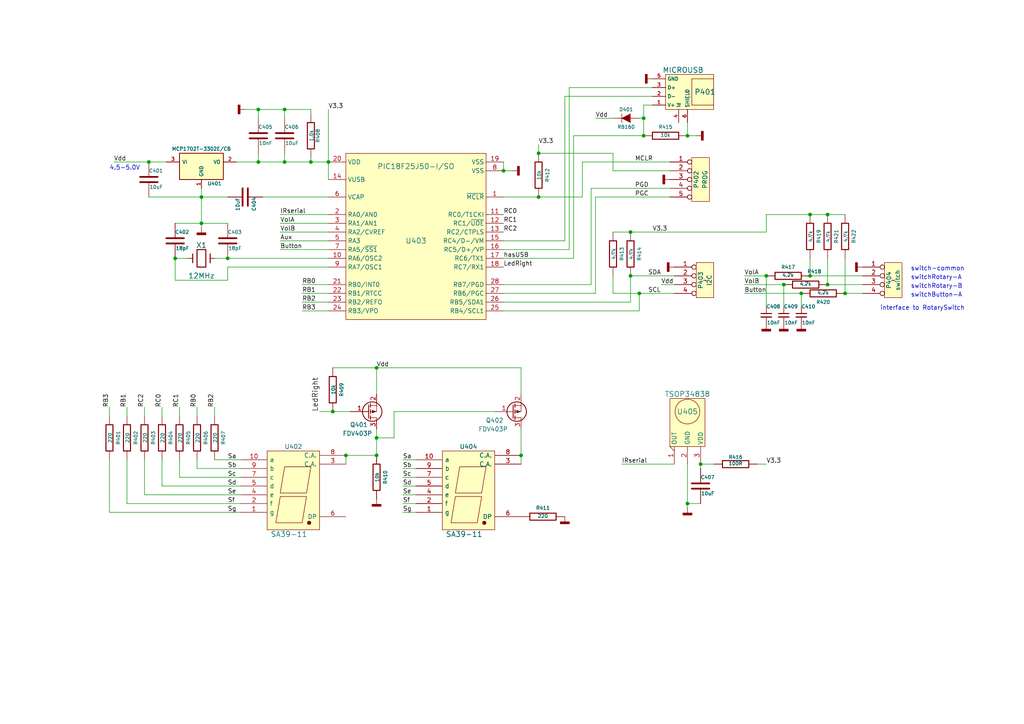
<source format=kicad_sch>
(kicad_sch (version 20231120) (generator "eeschema") (generator_version "8.0")
  (paper "A4")
  (title_block (title "Relaixed-Passive -- Front panel") (date "2016-08-27") (company "Jos van Eijndhoven") (comment 1 "Copyright 2016") (comment 2 "Permission for free use for personal/DIY application only"))
  (lib_symbols
    (symbol "relaixedPassive-rescue:C" (pin_numbers hide) (pin_names (offset 0.254))
      (property "Reference" "C" (at 1.27 2.54 0))
      (property "Value" "C" (at 1.27 -2.54 0))
      (symbol "C_0_1"
        (polyline (pts (xy -2.54 -0.762) (xy 2.54 -0.762)) (stroke (width 0.508)))
        (polyline (pts (xy -2.54 0.762) (xy 2.54 0.762)) (stroke (width 0.508)))
      )
      (symbol "C_1_1"
        (pin passive line (at 0 5.08 270) (length 4.318) (name "~") (number "1"))
        (pin passive line (at 0 -5.08 90) (length 4.318) (name "~") (number "2"))
      )
    )
    (symbol "relaixedPassive-rescue:CONN_4" (pin_names (offset 1.016) hide)
      (property "Reference" "P" (at -1.27 0 90))
      (property "Value" "CONN_4" (at 1.27 0 90))
      (symbol "CONN_4_0_1"
        (rectangle (start -2.54 5.08) (end 2.54 -5.08) (fill (type background)))
      )
      (symbol "CONN_4_1_1"
        (pin passive inverted (at -8.89 3.81 0) (length 6.35) (name "P1") (number "1"))
        (pin passive inverted (at -8.89 1.27 0) (length 6.35) (name "P2") (number "2"))
        (pin passive inverted (at -8.89 -1.27 0) (length 6.35) (name "P3") (number "3"))
        (pin passive inverted (at -8.89 -3.81 0) (length 6.35) (name "P4") (number "4"))
      )
    )
    (symbol "relaixedPassive-rescue:CONN_5" (pin_names (offset 1.016) hide)
      (property "Reference" "P" (at -1.27 0 90))
      (property "Value" "CONN_5" (at 1.27 0 90))
      (symbol "CONN_5_0_1"
        (rectangle (start -2.54 6.35) (end 2.54 -6.35) (fill (type background)))
      )
      (symbol "CONN_5_1_1"
        (pin passive inverted (at -8.89 5.08 0) (length 6.35) (name "P1") (number "1"))
        (pin passive inverted (at -8.89 2.54 0) (length 6.35) (name "P2") (number "2"))
        (pin passive inverted (at -8.89 0 0) (length 6.35) (name "P3") (number "3"))
        (pin passive inverted (at -8.89 -2.54 0) (length 6.35) (name "P4") (number "4"))
        (pin input inverted (at -8.89 -5.08 0) (length 6.35) (name "~") (number "5"))
      )
    )
    (symbol "relaixedPassive-rescue:C_Small" (pin_numbers hide) (pin_names (offset 0.254) hide)
      (property "Reference" "C" (at 0.254 1.778 0))
      (property "Value" "C_Small" (at 0.254 -2.032 0))
      (symbol "C_Small_0_1"
        (polyline (pts (xy -1.524 -0.508) (xy 1.524 -0.508)) (stroke (width 0.3302)))
        (polyline (pts (xy -1.524 0.508) (xy 1.524 0.508)) (stroke (width 0.3048)))
      )
      (symbol "C_Small_1_1"
        (pin passive line (at 0 2.54 270) (length 1.905) (name "~") (number "1"))
        (pin passive line (at 0 -2.54 90) (length 2.032) (name "~") (number "2"))
      )
    )
    (symbol "relaixedPassive-rescue:Crystal" (pin_numbers hide) (pin_names (offset 1.016) hide)
      (property "Reference" "Y" (at 0 3.81 0))
      (property "Value" "Crystal" (at 0 -3.81 0))
      (symbol "Crystal_0_1"
        (rectangle (start -1.27 2.54) (end 1.27 -2.54) (stroke (width 0.3048)))
        (polyline (pts (xy -2.54 -1.27) (xy -2.54 1.27)) (stroke (width 0.3048)))
        (polyline (pts (xy 2.54 -1.27) (xy 2.54 1.27)) (stroke (width 0.3048)))
      )
      (symbol "Crystal_1_1"
        (pin passive line (at -3.81 0 0) (length 1.27) (name "1") (number "1"))
        (pin passive line (at 3.81 0 180) (length 1.27) (name "2") (number "2"))
      )
    )
    (symbol "relaixedPassive-rescue:D" (pin_numbers hide) (pin_names (offset 1.016) hide)
      (property "Reference" "D" (at 0 2.54 0))
      (property "Value" "D" (at 0 -2.54 0))
      (symbol "D_0_1"
        (polyline (pts (xy -1.27 1.27) (xy -1.27 -1.27)) (stroke (width 0.1524)))
        (polyline (pts (xy 1.27 1.27) (xy -1.27 0) (xy 1.27 -1.27)) (fill (type outline)))
      )
      (symbol "D_1_1"
        (pin passive line (at 3.81 0 180) (length 2.54) (name "A") (number "1"))
        (pin passive line (at -3.81 0 0) (length 2.54) (name "K") (number "2"))
      )
    )
    (symbol "relaixedPassive-rescue:GNDD-power" (power) (pin_names (offset 0))
      (property "Value" "power_GNDD" (at 0 -3.175 0))
      (symbol "GNDD-power_0_1"
        (rectangle (start -1.27 -1.524) (end 1.27 -2.032) (stroke (width 0.254)) (fill (type outline)))
        (polyline (pts (xy 0 0) (xy 0 -1.524)))
      )
      (symbol "GNDD-power_1_1"
        (pin power_in line (at 0 0 270) (length 0) hide (name "GNDD") (number "1"))
      )
    )
    (symbol "relaixedPassive-rescue:MCP1702-330" (pin_names (offset 0.762))
      (property "Reference" "U" (at 3.81 -4.9784 0))
      (property "Value" "MCP1702-330" (at 0 5.08 0))
      (symbol "MCP1702-330_0_1"
        (rectangle (start -6.35 -3.81) (end 6.35 3.81) (stroke (width 0.254)) (fill (type background)))
      )
      (symbol "MCP1702-330_1_1"
        (pin power_in line (at 0 -6.35 90) (length 2.54) (name "GND") (number "1"))
        (pin power_out line (at 10.16 1.27 180) (length 3.81) (name "VO") (number "2"))
        (pin power_in line (at -10.16 1.27 0) (length 3.81) (name "VI") (number "3"))
      )
    )
    (symbol "relaixedPassive-rescue:PIC18F25J50"
      (property "Reference" "U" (at 0 0 0))
      (property "Value" "PIC18F25J50" (at 0 21.59 0))
      (symbol "PIC18F25J50_0_1"
        (rectangle (start -20.32 25.4) (end 20.32 -22.86) (fill (type background)))
      )
      (symbol "PIC18F25J50_1_1"
        (pin input line (at 25.4 12.7 180) (length 5.08) (name "~{MCLR}") (number "1"))
        (pin bidirectional line (at -25.4 -5.08 0) (length 5.08) (name "RA6/OSC2") (number "10"))
        (pin input line (at 25.4 7.62 180) (length 5.08) (name "RC0/T1CKI") (number "11"))
        (pin input line (at 25.4 5.08 180) (length 5.08) (name "RC1/~{UOE}") (number "12"))
        (pin input line (at 25.4 2.54 180) (length 5.08) (name "RC2/CTPLS") (number "13"))
        (pin input line (at -25.4 17.78 0) (length 5.08) (name "VUSB") (number "14"))
        (pin input line (at 25.4 0 180) (length 5.08) (name "RC4/D-/VM") (number "15"))
        (pin input line (at 25.4 -2.54 180) (length 5.08) (name "RC5/D+/VP") (number "16"))
        (pin input line (at 25.4 -5.08 180) (length 5.08) (name "RC6/TX1") (number "17"))
        (pin input line (at 25.4 -7.62 180) (length 5.08) (name "RC7/RX1") (number "18"))
        (pin power_in line (at 25.4 22.86 180) (length 5.08) (name "VSS") (number "19"))
        (pin input line (at -25.4 7.62 0) (length 5.08) (name "RA0/AN0") (number "2"))
        (pin power_in line (at -25.4 22.86 0) (length 5.08) (name "VDD") (number "20"))
        (pin bidirectional line (at -25.4 -12.7 0) (length 5.08) (name "RB0/INT0") (number "21"))
        (pin bidirectional line (at -25.4 -15.24 0) (length 5.08) (name "RB1/RTCC") (number "22"))
        (pin bidirectional line (at -25.4 -17.78 0) (length 5.08) (name "RB2/REFO") (number "23"))
        (pin bidirectional line (at -25.4 -20.32 0) (length 5.08) (name "RB3/VPO") (number "24"))
        (pin input line (at 25.4 -20.32 180) (length 5.08) (name "RB4/SCL1") (number "25"))
        (pin input line (at 25.4 -17.78 180) (length 5.08) (name "RB5/SDA1") (number "26"))
        (pin input line (at 25.4 -15.24 180) (length 5.08) (name "RB6/PGC") (number "27"))
        (pin input line (at 25.4 -12.7 180) (length 5.08) (name "RB7/PGD") (number "28"))
        (pin input line (at -25.4 5.08 0) (length 5.08) (name "RA1/AN1") (number "3"))
        (pin input line (at -25.4 2.54 0) (length 5.08) (name "RA2/CVREF") (number "4"))
        (pin input line (at -25.4 0 0) (length 5.08) (name "RA3") (number "5"))
        (pin input line (at -25.4 12.7 0) (length 5.08) (name "VCAP") (number "6"))
        (pin input line (at -25.4 -2.54 0) (length 5.08) (name "RA5/~{SS1}") (number "7"))
        (pin power_in line (at 25.4 20.32 180) (length 5.08) (name "VSS") (number "8"))
        (pin bidirectional line (at -25.4 -7.62 0) (length 5.08) (name "RA7/OSC1") (number "9"))
      )
    )
    (symbol "relaixedPassive-rescue:Q_PMOS_GSD" (pin_names (offset 0) hide)
      (property "Reference" "Q" (at 7.62 1.27 0))
      (property "Value" "Q_PMOS_GSD" (at 16.51 -1.27 0))
      (symbol "Q_PMOS_GSD_0_1"
        (polyline (pts (xy 0.762 -1.778) (xy 2.54 -1.778)))
        (polyline (pts (xy 0.762 -1.27) (xy 0.762 -2.286)) (stroke (width 0.254)))
        (polyline (pts (xy 0.762 0) (xy 2.54 0)))
        (polyline (pts (xy 0.762 0.508) (xy 0.762 -0.508)) (stroke (width 0.254)))
        (polyline (pts (xy 0.762 1.778) (xy 2.54 1.778)))
        (polyline (pts (xy 0.762 2.286) (xy 0.762 1.27)) (stroke (width 0.254)))
        (polyline (pts (xy 2.54 -1.778) (xy 2.54 -2.54)))
        (polyline (pts (xy 2.54 -1.778) (xy 2.54 0)))
        (polyline (pts (xy 2.54 2.54) (xy 2.54 1.778)))
        (polyline (pts (xy 0.254 1.905) (xy 0.254 -1.905) (xy 0.254 -1.905)) (stroke (width 0.254)))
        (polyline (pts (xy 2.286 0) (xy 1.27 -0.381) (xy 1.27 0.381) (xy 2.286 0)) (fill (type outline)))
        (circle (center 1.27 0) (radius 2.8194) (stroke (width 0.254)))
      )
      (symbol "Q_PMOS_GSD_1_1"
        (pin input line (at -5.08 0 0) (length 5.334) (name "G") (number "1"))
        (pin passive line (at 2.54 -5.08 90) (length 2.54) (name "S") (number "2"))
        (pin passive line (at 2.54 5.08 270) (length 2.54) (name "D") (number "3"))
      )
    )
    (symbol "relaixedPassive-rescue:R" (pin_numbers hide) (pin_names (offset 0))
      (property "Reference" "R" (at 2.032 0 90))
      (property "Value" "R" (at 0 0 90))
      (symbol "R_0_1"
        (rectangle (start -1.016 3.81) (end 1.016 -3.81) (stroke (width 0.3048)))
      )
      (symbol "R_1_1"
        (pin passive line (at 0 6.35 270) (length 2.54) (name "~") (number "1"))
        (pin passive line (at 0 -6.35 90) (length 2.54) (name "~") (number "2"))
      )
    )
    (symbol "relaixedPassive-rescue:SA39-11" (pin_names (offset 0.762))
      (property "Reference" "L" (at 0 13.97 0))
      (property "Value" "SA39-11" (at -1.27 -11.43 0))
      (symbol "SA39-11_0_1"
        (rectangle (start -7.62 12.7) (end 7.62 -10.16) (fill (type background)))
        (polyline (pts (xy -3.81 -0.508) (xy 3.81 -0.508) (xy 2.54 -8.128) (xy -5.08 -8.128) (xy -3.81 -0.508) (xy -3.81 -0.508)))
        (polyline (pts (xy -2.54 8.128) (xy 5.08 8.128) (xy 3.81 0.508) (xy -3.81 0.508) (xy -2.54 8.128) (xy -2.54 8.128)))
        (circle (center 4.572 -8.128) (radius 0.508) (fill (type outline)))
      )
      (symbol "SA39-11_1_1"
        (pin passive line (at -15.24 -5.08 0) (length 7.62) (name "g") (number "1"))
        (pin passive line (at -15.24 10.16 0) (length 7.62) (name "a") (number "10"))
        (pin passive line (at -15.24 -2.54 0) (length 7.62) (name "f") (number "2"))
        (pin passive line (at 15.24 8.89 180) (length 7.62) (name "C.A.") (number "3"))
        (pin passive line (at -15.24 0 0) (length 7.62) (name "e") (number "4"))
        (pin passive line (at -15.24 2.54 0) (length 7.62) (name "d") (number "5"))
        (pin passive line (at 15.24 -6.35 180) (length 7.62) (name "DP") (number "6"))
        (pin passive line (at -15.24 5.08 0) (length 7.62) (name "c") (number "7"))
        (pin passive line (at 15.24 11.43 180) (length 7.62) (name "C.A.") (number "8"))
        (pin passive line (at -15.24 7.62 0) (length 7.62) (name "b") (number "9"))
      )
    )
    (symbol "relaixedPassive-rescue:TSOP34838"
      (property "Reference" "U" (at 0 0 0))
      (property "Value" "TSOP34838" (at 0 5.08 0))
      (symbol "TSOP34838_0_1"
        (rectangle (start -5.08 -10.16) (end 5.08 3.81) (fill (type background)))
        (circle (center 0 0) (radius 3.5814))
      )
      (symbol "TSOP34838_1_1"
        (pin output output_low (at 3.81 -15.24 90) (length 5.08) (name "OUT") (number "1"))
        (pin power_in line (at 0 -15.24 90) (length 5.08) (name "GND") (number "2"))
        (pin power_in line (at -3.81 -15.24 90) (length 5.08) (name "VDD") (number "3"))
      )
    )
    (symbol "relaixedPassive-rescue:microUSB"
      (property "Reference" "J" (at 5.08 0 0))
      (property "Value" "microUSB" (at -1.27 6.35 0))
      (symbol "microUSB_0_1"
        (rectangle (start -6.35 5.08) (end 7.62 -5.08) (fill (type background)))
        (rectangle (start 1.27 3.81) (end 7.62 -3.81))
      )
      (symbol "microUSB_1_1"
        (pin power_in line (at -10.16 -3.81 0) (length 3.81) (name "V+") (number "1"))
        (pin bidirectional line (at -10.16 -1.27 0) (length 3.81) (name "D-") (number "2"))
        (pin bidirectional line (at -10.16 1.27 0) (length 3.81) (name "D+") (number "3"))
        (pin input line (at -2.54 -8.89 90) (length 3.81) (name "id") (number "4"))
        (pin power_in line (at -10.16 3.81 0) (length 3.81) (name "GND") (number "5"))
        (pin passive line (at 0 -8.89 90) (length 3.81) (name "SHIELD") (number "6"))
      )
    )
  )
  (junction (at 109.22 127))
  (junction (at 234.95 62.23))
  (junction (at 109.22 106.68))
  (junction (at 50.8 74.93))
  (junction (at 227.33 82.55))
  (junction (at 74.93 46.99))
  (junction (at 186.69 34.29))
  (junction (at 90.17 46.99))
  (junction (at 203.2 134.62))
  (junction (at 96.52 119.38))
  (junction (at 82.55 31.75))
  (junction (at 43.18 46.99))
  (junction (at 234.95 80.01))
  (junction (at 182.88 67.31))
  (junction (at 109.22 132.08))
  (junction (at 245.11 85.09))
  (junction (at 199.39 39.37))
  (junction (at 199.39 146.05))
  (junction (at 156.21 44.45))
  (junction (at 222.25 80.01))
  (junction (at 186.69 39.37))
  (junction (at 74.93 31.75))
  (junction (at 82.55 46.99))
  (junction (at 146.05 49.53))
  (junction (at 156.21 57.15))
  (junction (at 95.25 46.99))
  (junction (at 58.42 57.15))
  (junction (at 100.33 132.08))
  (junction (at 151.13 132.08))
  (junction (at 232.41 85.09))
  (junction (at 240.03 62.23))
  (junction (at 182.88 80.01))
  (junction (at 66.04 74.93))
  (junction (at 240.03 82.55))
  (junction (at 58.42 64.77))
  (junction (at 185.42 85.09))
  (wire (pts (xy 43.18 46.99) (xy 48.26 46.99)))
  (wire (pts (xy 66.04 74.93) (xy 95.25 74.93)))
  (wire (pts (xy 245.11 74.93) (xy 245.11 85.09)))
  (wire (pts (xy 203.2 135.89) (xy 203.2 134.62)))
  (wire (pts (xy 166.37 74.93) (xy 166.37 39.37)))
  (wire (pts (xy 185.42 90.17) (xy 185.42 85.09)))
  (wire (pts (xy 120.65 138.43) (xy 116.84 138.43)))
  (wire (pts (xy 156.21 57.15) (xy 168.91 57.15)))
  (wire (pts (xy 171.45 54.61) (xy 194.31 54.61)))
  (wire (pts (xy 92.71 119.38) (xy 96.52 119.38)))
  (wire (pts (xy 146.05 90.17) (xy 185.42 90.17)))
  (wire (pts (xy 234.95 62.23) (xy 240.03 62.23)))
  (wire (pts (xy 62.23 74.93) (xy 66.04 74.93)))
  (wire (pts (xy 232.41 85.09) (xy 215.9 85.09)))
  (wire (pts (xy 146.05 87.63) (xy 182.88 87.63)))
  (wire (pts (xy 95.25 67.31) (xy 81.28 67.31)))
  (wire (pts (xy 199.39 134.62) (xy 199.39 146.05)))
  (wire (pts (xy 76.2 57.15) (xy 95.25 57.15)))
  (wire (pts (xy 62.23 133.35) (xy 69.85 133.35)))
  (wire (pts (xy 57.15 135.89) (xy 57.15 133.35)))
  (wire (pts (xy 95.25 85.09) (xy 87.63 85.09)))
  (wire (pts (xy 66.04 77.47) (xy 95.25 77.47)))
  (wire (pts (xy 203.2 134.62) (xy 207.01 134.62)))
  (wire (pts (xy 240.03 62.23) (xy 245.11 62.23)))
  (wire (pts (xy 186.69 34.29) (xy 186.69 39.37)))
  (wire (pts (xy 146.05 74.93) (xy 166.37 74.93)))
  (wire (pts (xy 41.91 143.51) (xy 69.85 143.51)))
  (wire (pts (xy 58.42 64.77) (xy 58.42 66.04)))
  (wire (pts (xy 95.25 69.85) (xy 81.28 69.85)))
  (wire (pts (xy 90.17 31.75) (xy 90.17 33.02)))
  (wire (pts (xy 82.55 46.99) (xy 90.17 46.99)))
  (wire (pts (xy 146.05 46.99) (xy 146.05 49.53)))
  (wire (pts (xy 203.2 146.05) (xy 199.39 146.05)))
  (wire (pts (xy 177.8 67.31) (xy 182.88 67.31)))
  (wire (pts (xy 227.33 82.55) (xy 227.33 88.9)))
  (wire (pts (xy 245.11 85.09) (xy 250.19 85.09)))
  (wire (pts (xy 68.58 46.99) (xy 74.93 46.99)))
  (wire (pts (xy 58.42 64.77) (xy 66.04 64.77)))
  (wire (pts (xy 50.8 74.93) (xy 50.8 81.28)))
  (wire (pts (xy 199.39 39.37) (xy 201.93 39.37)))
  (wire (pts (xy 177.8 85.09) (xy 185.42 85.09)))
  (wire (pts (xy 52.07 138.43) (xy 52.07 133.35)))
  (wire (pts (xy 199.39 39.37) (xy 199.39 35.56)))
  (wire (pts (xy 163.83 69.85) (xy 163.83 27.94)))
  (wire (pts (xy 222.25 134.62) (xy 219.71 134.62)))
  (wire (pts (xy 146.05 49.53) (xy 148.59 49.53)))
  (wire (pts (xy 177.8 49.53) (xy 194.31 49.53)))
  (wire (pts (xy 240.03 74.93) (xy 240.03 82.55)))
  (wire (pts (xy 195.58 82.55) (xy 191.77 82.55)))
  (wire (pts (xy 90.17 46.99) (xy 95.25 46.99)))
  (wire (pts (xy 41.91 143.51) (xy 41.91 133.35)))
  (wire (pts (xy 46.99 120.65) (xy 46.99 118.11)))
  (wire (pts (xy 74.93 44.45) (xy 74.93 46.99)))
  (wire (pts (xy 58.42 57.15) (xy 58.42 64.77)))
  (wire (pts (xy 95.25 31.75) (xy 95.25 46.99)))
  (wire (pts (xy 120.65 140.97) (xy 116.84 140.97)))
  (wire (pts (xy 180.34 134.62) (xy 195.58 134.62)))
  (wire (pts (xy 163.83 27.94) (xy 189.23 27.94)))
  (wire (pts (xy 120.65 135.89) (xy 116.84 135.89)))
  (wire (pts (xy 222.25 80.01) (xy 222.25 88.9)))
  (wire (pts (xy 31.75 120.65) (xy 31.75 118.11)))
  (wire (pts (xy 151.13 132.08) (xy 151.13 134.62)))
  (wire (pts (xy 177.8 44.45) (xy 177.8 49.53)))
  (wire (pts (xy 199.39 146.05) (xy 199.39 147.32)))
  (wire (pts (xy 74.93 34.29) (xy 74.93 31.75)))
  (wire (pts (xy 185.42 34.29) (xy 186.69 34.29)))
  (wire (pts (xy 177.8 85.09) (xy 177.8 80.01)))
  (wire (pts (xy 120.65 148.59) (xy 116.84 148.59)))
  (wire (pts (xy 96.52 119.38) (xy 101.6 119.38)))
  (wire (pts (xy 95.25 82.55) (xy 87.63 82.55)))
  (wire (pts (xy 120.65 146.05) (xy 116.84 146.05)))
  (wire (pts (xy 43.18 57.15) (xy 58.42 57.15)))
  (wire (pts (xy 100.33 132.08) (xy 100.33 134.62)))
  (wire (pts (xy 46.99 140.97) (xy 69.85 140.97)))
  (wire (pts (xy 165.1 72.39) (xy 165.1 25.4)))
  (wire (pts (xy 114.3 127) (xy 114.3 119.38)))
  (wire (pts (xy 109.22 127) (xy 109.22 132.08)))
  (wire (pts (xy 120.65 143.51) (xy 116.84 143.51)))
  (wire (pts (xy 114.3 119.38) (xy 143.51 119.38)))
  (wire (pts (xy 227.33 82.55) (xy 215.9 82.55)))
  (wire (pts (xy 50.8 81.28) (xy 66.04 81.28)))
  (wire (pts (xy 146.05 69.85) (xy 163.83 69.85)))
  (wire (pts (xy 95.25 62.23) (xy 81.28 62.23)))
  (wire (pts (xy 90.17 45.72) (xy 90.17 46.99)))
  (wire (pts (xy 240.03 82.55) (xy 250.19 82.55)))
  (wire (pts (xy 186.69 39.37) (xy 166.37 39.37)))
  (wire (pts (xy 151.13 106.68) (xy 151.13 114.3)))
  (wire (pts (xy 234.95 80.01) (xy 250.19 80.01)))
  (wire (pts (xy 95.25 72.39) (xy 81.28 72.39)))
  (wire (pts (xy 146.05 72.39) (xy 165.1 72.39)))
  (wire (pts (xy 171.45 82.55) (xy 171.45 54.61)))
  (wire (pts (xy 165.1 25.4) (xy 189.23 25.4)))
  (wire (pts (xy 186.69 30.48) (xy 186.69 34.29)))
  (wire (pts (xy 82.55 31.75) (xy 82.55 34.29)))
  (wire (pts (xy 109.22 127) (xy 114.3 127)))
  (wire (pts (xy 222.25 80.01) (xy 215.9 80.01)))
  (wire (pts (xy 156.21 44.45) (xy 177.8 44.45)))
  (wire (pts (xy 36.83 146.05) (xy 36.83 133.35)))
  (wire (pts (xy 95.25 87.63) (xy 87.63 87.63)))
  (wire (pts (xy 146.05 85.09) (xy 172.72 85.09)))
  (wire (pts (xy 31.75 148.59) (xy 69.85 148.59)))
  (wire (pts (xy 151.13 124.46) (xy 151.13 132.08)))
  (wire (pts (xy 109.22 106.68) (xy 109.22 114.3)))
  (wire (pts (xy 54.61 74.93) (xy 50.8 74.93)))
  (wire (pts (xy 109.22 106.68) (xy 151.13 106.68)))
  (wire (pts (xy 57.15 120.65) (xy 57.15 118.11)))
  (wire (pts (xy 156.21 44.45) (xy 156.21 41.91)))
  (wire (pts (xy 172.72 85.09) (xy 172.72 57.15)))
  (wire (pts (xy 168.91 46.99) (xy 194.31 46.99)))
  (wire (pts (xy 109.22 124.46) (xy 109.22 127)))
  (wire (pts (xy 222.25 62.23) (xy 234.95 62.23)))
  (wire (pts (xy 82.55 44.45) (xy 82.55 46.99)))
  (wire (pts (xy 182.88 67.31) (xy 222.25 67.31)))
  (wire (pts (xy 36.83 146.05) (xy 69.85 146.05)))
  (wire (pts (xy 71.12 31.75) (xy 74.93 31.75)))
  (wire (pts (xy 96.52 106.68) (xy 109.22 106.68)))
  (wire (pts (xy 95.25 46.99) (xy 95.25 52.07)))
  (wire (pts (xy 185.42 85.09) (xy 195.58 85.09)))
  (wire (pts (xy 182.88 87.63) (xy 182.88 80.01)))
  (wire (pts (xy 232.41 85.09) (xy 232.41 88.9)))
  (wire (pts (xy 52.07 138.43) (xy 69.85 138.43)))
  (wire (pts (xy 109.22 132.08) (xy 100.33 132.08)))
  (wire (pts (xy 146.05 57.15) (xy 156.21 57.15)))
  (wire (pts (xy 57.15 135.89) (xy 69.85 135.89)))
  (wire (pts (xy 95.25 64.77) (xy 81.28 64.77)))
  (wire (pts (xy 189.23 30.48) (xy 186.69 30.48)))
  (wire (pts (xy 168.91 57.15) (xy 168.91 46.99)))
  (wire (pts (xy 50.8 64.77) (xy 58.42 64.77)))
  (wire (pts (xy 222.25 67.31) (xy 222.25 62.23)))
  (wire (pts (xy 58.42 54.61) (xy 58.42 57.15)))
  (wire (pts (xy 195.58 80.01) (xy 182.88 80.01)))
  (wire (pts (xy 146.05 82.55) (xy 171.45 82.55)))
  (wire (pts (xy 74.93 31.75) (xy 82.55 31.75)))
  (wire (pts (xy 234.95 74.93) (xy 234.95 80.01)))
  (wire (pts (xy 58.42 57.15) (xy 66.04 57.15)))
  (wire (pts (xy 33.02 46.99) (xy 43.18 46.99)))
  (wire (pts (xy 82.55 31.75) (xy 90.17 31.75)))
  (wire (pts (xy 95.25 90.17) (xy 87.63 90.17)))
  (wire (pts (xy 41.91 120.65) (xy 41.91 118.11)))
  (wire (pts (xy 172.72 57.15) (xy 194.31 57.15)))
  (wire (pts (xy 116.84 133.35) (xy 120.65 133.35)))
  (wire (pts (xy 46.99 140.97) (xy 46.99 133.35)))
  (wire (pts (xy 31.75 148.59) (xy 31.75 133.35)))
  (wire (pts (xy 66.04 81.28) (xy 66.04 77.47)))
  (wire (pts (xy 52.07 120.65) (xy 52.07 118.11)))
  (wire (pts (xy 74.93 46.99) (xy 82.55 46.99)))
  (wire (pts (xy 62.23 120.65) (xy 62.23 118.11)))
  (wire (pts (xy 172.72 34.29) (xy 177.8 34.29)))
  (wire (pts (xy 36.83 120.65) (xy 36.83 118.11)))
  (text "switchRotary-A" (at 264.16 81.28 0) (effects (font (size 1.27 1.27)) (justify left bottom)))
  (text "switchRotary-B" (at 264.16 83.82 0) (effects (font (size 1.27 1.27)) (justify left bottom)))
  (text "interface to RotarySwitch\n" (at 255.27 90.17 0) (effects (font (size 1.27 1.27)) (justify left bottom)))
  (text "switch-common" (at 264.16 78.74 0) (effects (font (size 1.27 1.27)) (justify left bottom)))
  (text "4.5-5.0V" (at 31.75 49.53 0) (effects (font (size 1.27 1.27)) (justify left bottom)))
  (text "switchButton-A" (at 264.16 86.36 0) (effects (font (size 1.27 1.27)) (justify left bottom)))
  (label "Button" (at 81.28 72.39 0))
  (label "VolA" (at 81.28 64.77 0))
  (label "PGC" (at 184.15 57.15 0))
  (label "IRserial" (at 180.34 134.62 0))
  (label "Sa" (at 66.04 133.35 0))
  (label "Sc" (at 116.84 138.43 0))
  (label "IRserial" (at 81.28 62.23 0))
  (label "Button" (at 215.9 85.09 0))
  (label "Se" (at 116.84 143.51 0))
  (label "Vdd" (at 33.02 46.99 0))
  (label "PGD" (at 184.15 54.61 0))
  (label "RB0" (at 87.63 82.55 0))
  (label "RC1" (at 52.07 118.11 90))
  (label "SCL" (at 187.96 85.09 0))
  (label "hasUSB" (at 146.05 74.93 0))
  (label "Sg" (at 116.84 148.59 0))
  (label "MCLR" (at 184.15 46.99 0))
  (label "Sg" (at 66.04 148.59 0))
  (label "Sa" (at 116.84 133.35 0))
  (label "RC1" (at 146.05 64.77 0))
  (label "V3.3" (at 222.25 134.62 0))
  (label "Sb" (at 116.84 135.89 0))
  (label "SDA" (at 187.96 80.01 0))
  (label "V3.3" (at 156.21 41.91 0))
  (label "RB1" (at 87.63 85.09 0))
  (label "Vdd" (at 191.77 82.55 0))
  (label "VolA" (at 215.9 80.01 0))
  (label "RC0" (at 146.05 62.23 0))
  (label "Sd" (at 116.84 140.97 0))
  (label "Sf" (at 116.84 146.05 0))
  (label "VolB" (at 81.28 67.31 0))
  (label "RB0" (at 57.15 118.11 90))
  (label "V3.3" (at 95.25 31.75 0))
  (label "RB1" (at 36.83 118.11 90))
  (label "RC2" (at 41.91 118.11 90))
  (label "V3.3" (at 189.23 67.31 0))
  (label "Sc" (at 66.04 138.43 0))
  (label "RC2" (at 146.05 67.31 0))
  (label "Se" (at 66.04 143.51 0))
  (label "RB2" (at 62.23 118.11 90))
  (label "RB2" (at 87.63 87.63 0))
  (label "LedRight" (at 92.71 119.38 90) (effects (font (size 1.524 1.524))))
  (label "Vdd" (at 172.72 34.29 0))
  (label "RB3" (at 87.63 90.17 0))
  (label "VolB" (at 215.9 82.55 0))
  (label "Sf" (at 66.04 146.05 0))
  (label "Sb" (at 66.04 135.89 0))
  (label "Aux" (at 81.28 69.85 0))
  (label "LedRight" (at 146.05 77.47 0))
  (label "RB3" (at 31.75 118.11 90))
  (label "RC0" (at 46.99 118.11 90))
  (label "Sd" (at 66.04 140.97 0))
  (label "Vdd" (at 109.22 106.68 0))
  (symbol (lib_id "relaixedPassive-rescue:PIC18F25J50") (at 120.65 69.85 0) (unit 1)
    (property "Reference" "U403" (at 120.65 69.85 0) (effects (font (size 1.524 1.524))))
    (property "Value" "PIC18F25J50-I/SO" (at 120.65 48.26 0) (effects (font (size 1.524 1.524))))
    (property "Footprint" "relaixed2smd:SO28-xlpins" (effects (hide yes)))
    (property "Datasheet" "PIC18F25J50-I/SO" (effects (hide yes)))
  )
  (symbol (lib_id "relaixedPassive-rescue:MCP1702-330") (at 58.42 48.26 0) (unit 1)
    (property "Reference" "U401" (at 62.23 53.2384 0) (effects (font (size 1.016 1.016))))
    (property "Value" "MCP1702T-3302E/CB" (at 58.42 43.18 0) (effects (font (size 1.016 1.016))))
    (property "Footprint" "RlxPassiveFootprints:SOT-23_Handsoldering" (effects (hide yes)))
    (property "Datasheet" "MCP1702T-3302E/CB" (effects (hide yes)))
  )
  (symbol (lib_id "relaixedPassive-rescue:SA39-11") (at 85.09 143.51 0) (unit 1)
    (property "Reference" "U402" (at 85.09 129.54 0))
    (property "Value" "SA39-11" (at 83.82 154.94 0) (effects (font (size 1.524 1.524))))
    (property "Footprint" "RlxPassiveFootprints:SA39-11" (effects (hide yes)))
    (property "Datasheet" "SA39-11EWA" (effects (hide yes)))
  )
  (symbol (lib_id "relaixedPassive-rescue:SA39-11") (at 135.89 143.51 0) (unit 1)
    (property "Reference" "U404" (at 135.89 129.54 0))
    (property "Value" "SA39-11" (at 134.62 154.94 0) (effects (font (size 1.524 1.524))))
    (property "Footprint" "RlxPassiveFootprints:SA39-11" (effects (hide yes)))
    (property "Datasheet" "SA39-11EWA" (effects (hide yes)))
  )
  (symbol (lib_id "relaixedPassive-rescue:Crystal") (at 58.42 74.93 0) (unit 1)
    (property "Reference" "X401" (at 58.42 71.12 0) (effects (font (size 1.524 1.524))))
    (property "Value" "12MHz" (at 58.42 80.01 0) (effects (font (size 1.524 1.524))))
    (property "Footprint" "RelaixedFrontArchive:XTAL-5x3mm" (effects (hide yes)))
    (property "Datasheet" "7A-12.000MAAJ-T" (effects (hide yes)))
    (instances (project "" (path "" (reference "X1") (unit 1)) (path "" (reference "X401") (unit 1))))
  )
  (symbol (lib_id "relaixedPassive-rescue:TSOP34838") (at 199.39 119.38 0) (mirror y) (unit 1)
    (property "Reference" "U405" (at 199.39 119.38 0) (effects (font (size 1.524 1.524))))
    (property "Value" "TSOP34838" (at 199.39 114.3 0) (effects (font (size 1.524 1.524))))
    (property "Footprint" "RelaixedFrontArchive:TSOP34383" (effects (hide yes)))
    (property "Datasheet" "TSOP34838" (effects (hide yes)))
  )
  (symbol (lib_id "relaixedPassive-rescue:CONN_5") (at 203.2 52.07 0) (unit 1)
    (property "Reference" "P402" (at 201.93 52.07 90))
    (property "Value" "PROG" (at 204.47 52.07 90))
    (property "Footprint" "RelaixedFrontArchive:SIL-5" (effects (hide yes)))
  )
  (symbol (lib_id "relaixedPassive-rescue:CONN_4") (at 204.47 81.28 0) (unit 1)
    (property "Reference" "P403" (at 203.2 81.28 90))
    (property "Value" "I2C" (at 205.74 81.28 90))
    (property "Footprint" "RelaixedFrontArchive:SIL-4" (effects (hide yes)))
    (property "Datasheet" "~" (at 204.47 81.28 0) (effects (font (size 1.524 1.524))))
  )
  (symbol (lib_id "relaixedPassive-rescue:R") (at 96.52 113.03 0) (unit 1)
    (property "Reference" "R409" (at 99.06 113.03 90) (effects (font (size 1.016 1.016))))
    (property "Value" "10k" (at 96.6978 113.0046 90) (effects (font (size 1.016 1.016))))
    (property "Footprint" "RlxPassiveFootprints:R0805" (effects (hide yes)))
    (property "Datasheet" "CRCW080510K0FKEA" (effects (hide yes)))
  )
  (symbol (lib_id "relaixedPassive-rescue:R") (at 109.22 138.43 0) (unit 1)
    (property "Reference" "R410" (at 111.76 138.43 90) (effects (font (size 1.016 1.016))))
    (property "Value" "10k" (at 109.3978 138.4046 90) (effects (font (size 1.016 1.016))))
    (property "Footprint" "RlxPassiveFootprints:R0805" (effects (hide yes)))
    (property "Datasheet" "CRCW080510K0FKEA" (effects (hide yes)))
  )
  (symbol (lib_id "relaixedPassive-rescue:GNDD-power") (at 109.22 144.78 0) (unit 1)
    (property "Reference" "#PWR056" (effects (hide yes)))
    (property "Value" "GNDD" (effects (hide yes)))
  )
  (symbol (lib_id "relaixedPassive-rescue:GNDD-power") (at 199.39 147.32 0) (unit 1)
    (property "Reference" "#PWR057" (effects (hide yes)))
    (property "Value" "GNDD" (effects (hide yes)))
  )
  (symbol (lib_id "relaixedPassive-rescue:C") (at 203.2 140.97 0) (unit 1)
    (property "Reference" "C407" (at 203.2 138.43 0) (effects (font (size 1.016 1.016)) (justify left)))
    (property "Value" "10uF" (at 203.3524 143.129 0) (effects (font (size 1.016 1.016)) (justify left)))
    (property "Footprint" "RlxPassiveFootprints:R0805" (effects (hide yes)))
    (property "Datasheet" "0805YD106KAT2A" (effects (hide yes)))
  )
  (symbol (lib_id "relaixedPassive-rescue:R") (at 213.36 134.62 90) (unit 1)
    (property "Reference" "R416" (at 213.36 132.588 90) (effects (font (size 1.016 1.016))))
    (property "Value" "100R" (at 213.3346 134.4422 90) (effects (font (size 1.016 1.016))))
    (property "Footprint" "RlxPassiveFootprints:R0805" (effects (hide yes)))
    (property "Datasheet" "CRCW0805100RJNEA" (effects (hide yes)))
  )
  (symbol (lib_id "relaixedPassive-rescue:R") (at 62.23 127 0) (unit 1)
    (property "Reference" "R407" (at 64.77 127 90) (effects (font (size 1.016 1.016))))
    (property "Value" "220" (at 62.4078 126.9746 90) (effects (font (size 1.016 1.016))))
    (property "Footprint" "RlxPassiveFootprints:R0805" (effects (hide yes)))
    (property "Datasheet" "CRCW0805220RFKEA" (effects (hide yes)))
  )
  (symbol (lib_id "relaixedPassive-rescue:R") (at 57.15 127 0) (unit 1)
    (property "Reference" "R406" (at 59.69 127 90) (effects (font (size 1.016 1.016))))
    (property "Value" "220" (at 57.3278 126.9746 90) (effects (font (size 1.016 1.016))))
    (property "Footprint" "RlxPassiveFootprints:R0805" (effects (hide yes)))
    (property "Datasheet" "CRCW0805220RFKEA" (effects (hide yes)))
  )
  (symbol (lib_id "relaixedPassive-rescue:R") (at 52.07 127 0) (unit 1)
    (property "Reference" "R405" (at 54.61 127 90) (effects (font (size 1.016 1.016))))
    (property "Value" "220" (at 52.2478 126.9746 90) (effects (font (size 1.016 1.016))))
    (property "Footprint" "RlxPassiveFootprints:R0805" (effects (hide yes)))
    (property "Datasheet" "CRCW0805220RFKEA" (effects (hide yes)))
  )
  (symbol (lib_id "relaixedPassive-rescue:R") (at 46.99 127 0) (unit 1)
    (property "Reference" "R404" (at 49.53 127 90) (effects (font (size 1.016 1.016))))
    (property "Value" "220" (at 47.1678 126.9746 90) (effects (font (size 1.016 1.016))))
    (property "Footprint" "RlxPassiveFootprints:R0805" (effects (hide yes)))
    (property "Datasheet" "CRCW0805220RFKEA" (effects (hide yes)))
  )
  (symbol (lib_id "relaixedPassive-rescue:R") (at 41.91 127 0) (unit 1)
    (property "Reference" "R403" (at 44.45 127 90) (effects (font (size 1.016 1.016))))
    (property "Value" "220" (at 42.0878 126.9746 90) (effects (font (size 1.016 1.016))))
    (property "Footprint" "RlxPassiveFootprints:R0805" (effects (hide yes)))
    (property "Datasheet" "CRCW0805220RFKEA" (effects (hide yes)))
  )
  (symbol (lib_id "relaixedPassive-rescue:R") (at 36.83 127 0) (unit 1)
    (property "Reference" "R402" (at 39.37 127 90) (effects (font (size 1.016 1.016))))
    (property "Value" "220" (at 37.0078 126.9746 90) (effects (font (size 1.016 1.016))))
    (property "Footprint" "RlxPassiveFootprints:R0805" (effects (hide yes)))
    (property "Datasheet" "CRCW0805220RFKEA" (effects (hide yes)))
  )
  (symbol (lib_id "relaixedPassive-rescue:R") (at 31.75 127 0) (unit 1)
    (property "Reference" "R401" (at 34.29 127 90) (effects (font (size 1.016 1.016))))
    (property "Value" "220" (at 31.9278 126.9746 90) (effects (font (size 1.016 1.016))))
    (property "Footprint" "RlxPassiveFootprints:R0805" (effects (hide yes)))
    (property "Datasheet" "CRCW0805220RFKEA" (effects (hide yes)))
  )
  (symbol (lib_id "relaixedPassive-rescue:R") (at 157.48 149.86 90) (unit 1)
    (property "Reference" "R411" (at 157.48 147.32 90) (effects (font (size 1.016 1.016))))
    (property "Value" "220" (at 157.4546 149.6822 90) (effects (font (size 1.016 1.016))))
    (property "Footprint" "RlxPassiveFootprints:R0805" (effects (hide yes)))
    (property "Datasheet" "CRCW0805220RFKEA" (effects (hide yes)))
  )
  (symbol (lib_id "relaixedPassive-rescue:GNDD-power") (at 163.83 149.86 0) (unit 1)
    (property "Reference" "#PWR058" (effects (hide yes)))
    (property "Value" "GNDD" (effects (hide yes)))
  )
  (symbol (lib_id "relaixedPassive-rescue:C") (at 66.04 69.85 0) (unit 1)
    (property "Reference" "C403" (at 66.04 67.31 0) (effects (font (size 1.016 1.016)) (justify left)))
    (property "Value" "18pF" (at 66.1924 72.009 0) (effects (font (size 1.016 1.016)) (justify left)))
    (property "Footprint" "RlxPassiveFootprints:R0805" (effects (hide yes)))
    (property "Datasheet" "08051A180JAT2A" (effects (hide yes)))
  )
  (symbol (lib_id "relaixedPassive-rescue:C") (at 50.8 69.85 0) (unit 1)
    (property "Reference" "C402" (at 50.8 67.31 0) (effects (font (size 1.016 1.016)) (justify left)))
    (property "Value" "18pF" (at 50.9524 72.009 0) (effects (font (size 1.016 1.016)) (justify left)))
    (property "Footprint" "RlxPassiveFootprints:R0805" (effects (hide yes)))
    (property "Datasheet" "08051A180JAT2A" (effects (hide yes)))
  )
  (symbol (lib_id "relaixedPassive-rescue:C") (at 71.12 57.15 270) (unit 1)
    (property "Reference" "C404" (at 73.66 57.15 0) (effects (font (size 1.016 1.016)) (justify left)))
    (property "Value" "10uF" (at 68.961 57.3024 0) (effects (font (size 1.016 1.016)) (justify left)))
    (property "Footprint" "RlxPassiveFootprints:R0805" (effects (hide yes)))
    (property "Datasheet" "0805YD106KAT2A" (effects (hide yes)))
  )
  (symbol (lib_id "relaixedPassive-rescue:C") (at 43.18 52.07 0) (unit 1)
    (property "Reference" "C401" (at 43.18 49.53 0) (effects (font (size 1.016 1.016)) (justify left)))
    (property "Value" "10uF" (at 43.3324 54.229 0) (effects (font (size 1.016 1.016)) (justify left)))
    (property "Footprint" "RlxPassiveFootprints:R0805" (effects (hide yes)))
    (property "Datasheet" "0805YD106KAT2A" (effects (hide yes)))
  )
  (symbol (lib_id "relaixedPassive-rescue:GNDD-power") (at 250.19 77.47 270) (unit 1)
    (property "Reference" "#PWR059" (effects (hide yes)))
    (property "Value" "GNDD" (effects (hide yes)))
  )
  (symbol (lib_id "relaixedPassive-rescue:GNDD-power") (at 58.42 66.04 0) (unit 1)
    (property "Reference" "#PWR060" (effects (hide yes)))
    (property "Value" "GNDD" (effects (hide yes)))
  )
  (symbol (lib_id "relaixedPassive-rescue:C") (at 74.93 39.37 0) (unit 1)
    (property "Reference" "C405" (at 74.93 36.83 0) (effects (font (size 1.016 1.016)) (justify left)))
    (property "Value" "10nF" (at 75.0824 41.529 0) (effects (font (size 1.016 1.016)) (justify left)))
    (property "Footprint" "RlxPassiveFootprints:R0805" (effects (hide yes)))
    (property "Datasheet" "GRM216R71H103KA01D" (effects (hide yes)))
  )
  (symbol (lib_id "relaixedPassive-rescue:C") (at 82.55 39.37 0) (unit 1)
    (property "Reference" "C406" (at 82.55 36.83 0) (effects (font (size 1.016 1.016)) (justify left)))
    (property "Value" "10uF" (at 82.7024 41.529 0) (effects (font (size 1.016 1.016)) (justify left)))
    (property "Footprint" "RlxPassiveFootprints:R0805" (effects (hide yes)))
    (property "Datasheet" "0805YD106KAT2A" (effects (hide yes)))
  )
  (symbol (lib_id "relaixedPassive-rescue:R") (at 90.17 39.37 0) (unit 1)
    (property "Reference" "R408" (at 92.202 39.37 90) (effects (font (size 1.016 1.016))))
    (property "Value" "1.0k" (at 90.3478 39.3446 90) (effects (font (size 1.016 1.016))))
    (property "Footprint" "RlxPassiveFootprints:R0805" (effects (hide yes)))
    (property "Datasheet" "CRCW08051K00JNEA" (effects (hide yes)))
  )
  (symbol (lib_id "relaixedPassive-rescue:GNDD-power") (at 71.12 31.75 270) (unit 1)
    (property "Reference" "#PWR061" (effects (hide yes)))
    (property "Value" "GNDD" (effects (hide yes)))
  )
  (symbol (lib_id "relaixedPassive-rescue:GNDD-power") (at 148.59 49.53 90) (unit 1)
    (property "Reference" "#PWR062" (effects (hide yes)))
    (property "Value" "GNDD" (effects (hide yes)))
  )
  (symbol (lib_id "relaixedPassive-rescue:R") (at 156.21 50.8 0) (unit 1)
    (property "Reference" "R412" (at 158.75 50.8 90) (effects (font (size 1.016 1.016))))
    (property "Value" "10k" (at 156.3878 50.7746 90) (effects (font (size 1.016 1.016))))
    (property "Footprint" "RlxPassiveFootprints:R0805" (effects (hide yes)))
    (property "Datasheet" "CRCW080510K0FKEA" (effects (hide yes)))
  )
  (symbol (lib_id "relaixedPassive-rescue:GNDD-power") (at 194.31 52.07 270) (unit 1)
    (property "Reference" "#PWR063" (effects (hide yes)))
    (property "Value" "GNDD" (effects (hide yes)))
  )
  (symbol (lib_id "relaixedPassive-rescue:GNDD-power") (at 195.58 77.47 270) (unit 1)
    (property "Reference" "#PWR064" (effects (hide yes)))
    (property "Value" "GNDD" (effects (hide yes)))
  )
  (symbol (lib_id "relaixedPassive-rescue:R") (at 182.88 73.66 0) (unit 1)
    (property "Reference" "R414" (at 185.42 73.66 90) (effects (font (size 1.016 1.016))))
    (property "Value" "4.7k" (at 183.0578 73.6346 90) (effects (font (size 1.016 1.016))))
    (property "Footprint" "RlxPassiveFootprints:R0805" (effects (hide yes)))
    (property "Datasheet" "~" (at 182.88 73.66 0) (effects (font (size 0.762 0.762))))
  )
  (symbol (lib_id "relaixedPassive-rescue:R") (at 177.8 73.66 0) (unit 1)
    (property "Reference" "R413" (at 180.34 73.66 90) (effects (font (size 1.016 1.016))))
    (property "Value" "4.7k" (at 177.9778 73.6346 90) (effects (font (size 1.016 1.016))))
    (property "Footprint" "RlxPassiveFootprints:R0805" (effects (hide yes)))
    (property "Datasheet" "~" (at 177.8 73.66 0) (effects (font (size 0.762 0.762))))
  )
  (symbol (lib_id "relaixedPassive-rescue:GNDD-power") (at 189.23 22.86 270) (unit 1)
    (property "Reference" "#PWR065" (effects (hide yes)))
    (property "Value" "GNDD" (effects (hide yes)))
  )
  (symbol (lib_id "relaixedPassive-rescue:R") (at 193.04 39.37 90) (unit 1)
    (property "Reference" "R415" (at 193.04 36.83 90) (effects (font (size 1.016 1.016))))
    (property "Value" "10k" (at 193.0146 39.1922 90) (effects (font (size 1.016 1.016))))
    (property "Footprint" "RlxPassiveFootprints:R0805" (effects (hide yes)))
    (property "Datasheet" "CRCW080510K0FKEA" (effects (hide yes)))
  )
  (symbol (lib_id "relaixedPassive-rescue:GNDD-power") (at 201.93 39.37 90) (unit 1)
    (property "Reference" "#PWR066" (effects (hide yes)))
    (property "Value" "GNDD" (effects (hide yes)))
  )
  (symbol (lib_id "relaixedPassive-rescue:D") (at 181.61 34.29 0) (unit 1)
    (property "Reference" "D401" (at 181.61 31.75 0) (effects (font (size 1.016 1.016))))
    (property "Value" "RB160" (at 181.61 36.83 0) (effects (font (size 1.016 1.016))))
    (property "Footprint" "relaixed2smd:DO214" (effects (hide yes)))
    (property "Datasheet" "RB160M-30TR" (effects (hide yes)))
  )
  (symbol (lib_id "relaixedPassive-rescue:R") (at 240.03 68.58 0) (unit 1)
    (property "Reference" "R421" (at 242.57 68.58 90) (effects (font (size 1.016 1.016))))
    (property "Value" "4.7k" (at 240.2078 68.5546 90) (effects (font (size 1.016 1.016))))
    (property "Footprint" "RlxPassiveFootprints:R0805" (effects (hide yes)))
    (property "Datasheet" "~" (at 240.03 68.58 0) (effects (font (size 0.762 0.762))))
  )
  (symbol (lib_id "relaixedPassive-rescue:R") (at 234.95 68.58 0) (unit 1)
    (property "Reference" "R419" (at 237.49 68.58 90) (effects (font (size 1.016 1.016))))
    (property "Value" "4.7k" (at 235.1278 68.5546 90) (effects (font (size 1.016 1.016))))
    (property "Footprint" "RlxPassiveFootprints:R0805" (effects (hide yes)))
    (property "Datasheet" "~" (at 234.95 68.58 0) (effects (font (size 0.762 0.762))))
  )
  (symbol (lib_id "relaixedPassive-rescue:C_Small") (at 227.33 91.44 0) (unit 1)
    (property "Reference" "C409" (at 227.33 88.9 0) (effects (font (size 1.016 1.016)) (justify left)))
    (property "Value" "10nF" (at 227.4824 93.599 0) (effects (font (size 1.016 1.016)) (justify left)))
    (property "Footprint" "RlxPassiveFootprints:R0805" (effects (hide yes)))
    (property "Datasheet" "GRM216R71H103KA01D" (effects (hide yes)))
  )
  (symbol (lib_id "relaixedPassive-rescue:C_Small") (at 222.25 91.44 0) (unit 1)
    (property "Reference" "C408" (at 222.25 88.9 0) (effects (font (size 1.016 1.016)) (justify left)))
    (property "Value" "10nF" (at 222.4024 93.599 0) (effects (font (size 1.016 1.016)) (justify left)))
    (property "Footprint" "RlxPassiveFootprints:R0805" (effects (hide yes)))
    (property "Datasheet" "GRM216R71H103KA01D" (effects (hide yes)))
  )
  (symbol (lib_id "relaixedPassive-rescue:R") (at 228.6 80.01 90) (unit 1)
    (property "Reference" "R417" (at 228.6 77.47 90) (effects (font (size 1.016 1.016))))
    (property "Value" "4.7k" (at 228.5746 79.8322 90) (effects (font (size 1.016 1.016))))
    (property "Footprint" "RlxPassiveFootprints:R0805" (effects (hide yes)))
    (property "Datasheet" "~" (at 228.6 80.01 0) (effects (font (size 0.762 0.762))))
  )
  (symbol (lib_id "relaixedPassive-rescue:R") (at 233.68 82.55 90) (unit 1)
    (property "Reference" "R418" (at 236.22 78.74 90) (effects (font (size 1.016 1.016))))
    (property "Value" "4.7k" (at 233.6546 82.3722 90) (effects (font (size 1.016 1.016))))
    (property "Footprint" "RlxPassiveFootprints:R0805" (effects (hide yes)))
    (property "Datasheet" "~" (at 233.68 82.55 0) (effects (font (size 0.762 0.762))))
  )
  (symbol (lib_id "relaixedPassive-rescue:GNDD-power") (at 227.33 93.98 0) (unit 1)
    (property "Reference" "#PWR067" (effects (hide yes)))
    (property "Value" "GNDD" (effects (hide yes)))
  )
  (symbol (lib_id "relaixedPassive-rescue:GNDD-power") (at 222.25 93.98 0) (unit 1)
    (property "Reference" "#PWR068" (effects (hide yes)))
    (property "Value" "GNDD" (effects (hide yes)))
  )
  (symbol (lib_id "relaixedPassive-rescue:R") (at 245.11 68.58 0) (unit 1)
    (property "Reference" "R422" (at 247.65 68.58 90) (effects (font (size 1.016 1.016))))
    (property "Value" "4.7k" (at 245.2878 68.5546 90) (effects (font (size 1.016 1.016))))
    (property "Footprint" "RlxPassiveFootprints:R0805" (effects (hide yes)))
    (property "Datasheet" "~" (at 245.11 68.58 0) (effects (font (size 0.762 0.762))))
  )
  (symbol (lib_id "relaixedPassive-rescue:R") (at 238.76 85.09 90) (unit 1)
    (property "Reference" "R420" (at 238.76 87.63 90) (effects (font (size 1.016 1.016))))
    (property "Value" "4.7k" (at 238.7346 84.9122 90) (effects (font (size 1.016 1.016))))
    (property "Footprint" "RlxPassiveFootprints:R0805" (effects (hide yes)))
    (property "Datasheet" "~" (at 238.76 85.09 0) (effects (font (size 0.762 0.762))))
  )
  (symbol (lib_id "relaixedPassive-rescue:C_Small") (at 232.41 91.44 0) (unit 1)
    (property "Reference" "C410" (at 232.41 88.9 0) (effects (font (size 1.016 1.016)) (justify left)))
    (property "Value" "10nF" (at 232.5624 93.599 0) (effects (font (size 1.016 1.016)) (justify left)))
    (property "Footprint" "RlxPassiveFootprints:R0805" (effects (hide yes)))
    (property "Datasheet" "GRM216R71H103KA01D" (effects (hide yes)))
  )
  (symbol (lib_id "relaixedPassive-rescue:GNDD-power") (at 232.41 93.98 0) (unit 1)
    (property "Reference" "#PWR069" (effects (hide yes)))
    (property "Value" "GNDD" (effects (hide yes)))
  )
  (symbol (lib_id "relaixedPassive-rescue:CONN_4") (at 259.08 81.28 0) (unit 1)
    (property "Reference" "P404" (at 257.81 81.28 90))
    (property "Value" "switch" (at 260.35 81.28 90))
    (property "Footprint" "RelaixedFrontArchive:SIL-4" (effects (hide yes)))
    (property "Datasheet" "~" (at 259.08 81.28 0) (effects (font (size 1.524 1.524))))
  )
  (symbol (lib_id "relaixedPassive-rescue:microUSB") (at 199.39 26.67 0) (unit 1)
    (property "Reference" "P401" (at 204.47 26.67 0) (effects (font (size 1.524 1.524))))
    (property "Value" "MICROUSB" (at 198.12 20.32 0) (effects (font (size 1.524 1.524))))
    (property "Footprint" "RlxPassiveFootprints:USB2-microB-RPegs" (effects (hide yes)))
    (property "Datasheet" "~" (at 199.39 26.67 0) (effects (font (size 1.524 1.524))))
  )
  (symbol (lib_id "relaixedPassive-rescue:Q_PMOS_GSD") (at 106.68 119.38 0) (mirror x) (unit 1)
    (property "Reference" "Q401" (at 106.68 123.19 0) (effects (justify right)))
    (property "Value" "FDV403P" (at 107.95 125.73 0) (effects (justify right)))
    (property "Footprint" "RlxPassiveFootprints:SOT-23_Handsoldering" (effects (hide yes)))
    (property "Datasheet" "FDV304P" (effects (hide yes)))
  )
  (symbol (lib_id "relaixedPassive-rescue:Q_PMOS_GSD") (at 148.59 119.38 0) (mirror x) (unit 1)
    (property "Reference" "Q402" (at 146.05 121.92 0) (effects (justify right)))
    (property "Value" "FDV403P" (at 147.32 124.46 0) (effects (justify right)))
    (property "Footprint" "RlxPassiveFootprints:SOT-23_Handsoldering" (effects (hide yes)))
    (property "Datasheet" "FDV304P" (effects (hide yes)))
  )
)
</source>
